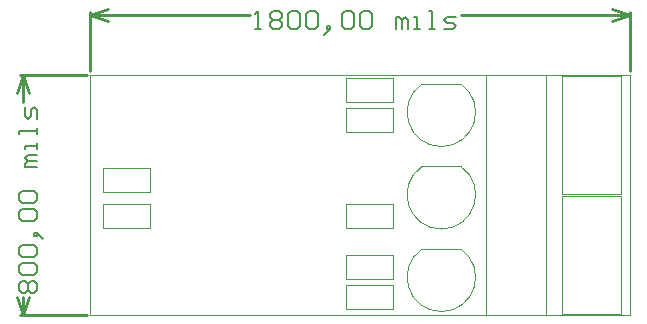
<source format=gm1>
%FSLAX25Y25*%
%MOIN*%
G70*
G01*
G75*
G04 Layer_Color=16711935*
%ADD10R,0.04500X0.06000*%
%ADD11C,0.01969*%
%ADD12C,0.03937*%
%ADD13C,0.01772*%
%ADD14C,0.08661*%
%ADD15C,0.07480*%
%ADD16C,0.06000*%
%ADD17R,0.06000X0.06000*%
%ADD18C,0.05906*%
%ADD19R,0.05906X0.05906*%
%ADD20R,0.06000X0.06000*%
%ADD21C,0.05000*%
%ADD22C,0.00394*%
%ADD23C,0.00787*%
%ADD24R,0.05300X0.06800*%
%ADD25C,0.09461*%
%ADD26C,0.08280*%
%ADD27C,0.06800*%
%ADD28R,0.06800X0.06800*%
%ADD29C,0.06706*%
%ADD30R,0.06706X0.06706*%
%ADD31R,0.06800X0.06800*%
%ADD32C,0.05800*%
%ADD33C,0.00200*%
%ADD34C,0.01000*%
%ADD35C,0.00600*%
D22*
X110536Y49423D02*
G03*
X123430Y49423I6447J-9423D01*
G01*
X110536Y21923D02*
G03*
X123430Y21923I6447J-9423D01*
G01*
X110536Y76923D02*
G03*
X123430Y76923I6447J-9423D01*
G01*
X157140Y39685D02*
X176825D01*
Y315D02*
Y39685D01*
X157140Y315D02*
X176825D01*
X157140D02*
Y39685D01*
Y40315D02*
Y79685D01*
Y40315D02*
X176825D01*
Y79685D01*
X157140D02*
X176825D01*
X100857Y29063D02*
Y33000D01*
X85109Y29063D02*
X100857D01*
X85109D02*
Y36937D01*
X100857D01*
Y33000D02*
Y36937D01*
Y61063D02*
Y65000D01*
X85109Y61063D02*
X100857D01*
X85109D02*
Y68937D01*
X100857D01*
Y65000D02*
Y68937D01*
X151983Y0D02*
Y80000D01*
X131983Y0D02*
X151983D01*
X131983D02*
Y80000D01*
X151983D01*
X4109Y29063D02*
Y33000D01*
Y29063D02*
X19857D01*
Y36937D01*
X4109D02*
X19857D01*
X4109Y33000D02*
Y36937D01*
Y41063D02*
Y45000D01*
Y41063D02*
X19857D01*
Y48937D01*
X4109D02*
X19857D01*
X4109Y45000D02*
Y48937D01*
X0Y80000D02*
X180000D01*
Y0D02*
Y80000D01*
X100857Y12063D02*
Y16000D01*
X85109Y12063D02*
X100857D01*
X85109D02*
Y19937D01*
X100857D01*
Y16000D02*
Y19937D01*
Y71063D02*
Y75000D01*
X85109Y71063D02*
X100857D01*
X85109D02*
Y78937D01*
X100857D01*
Y75000D02*
Y78937D01*
X110535Y49423D02*
X123430D01*
X110535Y21923D02*
X123430D01*
X110535Y76923D02*
X123430D01*
X100857Y2063D02*
Y6000D01*
X85109Y2063D02*
X100857D01*
X85109D02*
Y9937D01*
X100857D01*
Y6000D02*
Y9937D01*
X0Y0D02*
Y80000D01*
Y0D02*
X180000D01*
D34*
Y81197D02*
Y101000D01*
X0Y81197D02*
Y101000D01*
X123489Y100000D02*
X180000D01*
X0D02*
X53311D01*
X174000Y102000D02*
X180000Y100000D01*
X174000Y98000D02*
X180000Y100000D01*
X0D02*
X6000Y98000D01*
X0Y100000D02*
X6000Y102000D01*
X-23500Y0D02*
X-1197D01*
X-23500Y80000D02*
X-1197D01*
X-22500Y0D02*
Y5810D01*
Y70990D02*
Y80000D01*
Y0D02*
X-20500Y6000D01*
X-24500D02*
X-22500Y0D01*
X-24500Y74000D02*
X-22500Y80000D01*
X-20500Y74000D01*
D35*
X54911Y95401D02*
X56910D01*
X55911D01*
Y101399D01*
X54911Y100400D01*
X59909D02*
X60909Y101399D01*
X62908D01*
X63908Y100400D01*
Y99400D01*
X62908Y98400D01*
X63908Y97401D01*
Y96401D01*
X62908Y95401D01*
X60909D01*
X59909Y96401D01*
Y97401D01*
X60909Y98400D01*
X59909Y99400D01*
Y100400D01*
X60909Y98400D02*
X62908D01*
X65907Y100400D02*
X66907Y101399D01*
X68906D01*
X69906Y100400D01*
Y96401D01*
X68906Y95401D01*
X66907D01*
X65907Y96401D01*
Y100400D01*
X71905D02*
X72905Y101399D01*
X74904D01*
X75904Y100400D01*
Y96401D01*
X74904Y95401D01*
X72905D01*
X71905Y96401D01*
Y100400D01*
X78903Y94402D02*
X79903Y95401D01*
Y96401D01*
X78903D01*
Y95401D01*
X79903D01*
X78903Y94402D01*
X77903Y93402D01*
X83902Y100400D02*
X84901Y101399D01*
X86901D01*
X87900Y100400D01*
Y96401D01*
X86901Y95401D01*
X84901D01*
X83902Y96401D01*
Y100400D01*
X89900D02*
X90899Y101399D01*
X92899D01*
X93898Y100400D01*
Y96401D01*
X92899Y95401D01*
X90899D01*
X89900Y96401D01*
Y100400D01*
X101896Y95401D02*
Y99400D01*
X102895D01*
X103895Y98400D01*
Y95401D01*
Y98400D01*
X104895Y99400D01*
X105894Y98400D01*
Y95401D01*
X107894D02*
X109893D01*
X108893D01*
Y99400D01*
X107894D01*
X112892Y95401D02*
X114892D01*
X113892D01*
Y101399D01*
X112892D01*
X117891Y95401D02*
X120889D01*
X121889Y96401D01*
X120889Y97401D01*
X118890D01*
X117891Y98400D01*
X118890Y99400D01*
X121889D01*
X-22900Y7410D02*
X-23899Y8410D01*
Y10409D01*
X-22900Y11409D01*
X-21900D01*
X-20900Y10409D01*
X-19901Y11409D01*
X-18901D01*
X-17901Y10409D01*
Y8410D01*
X-18901Y7410D01*
X-19901D01*
X-20900Y8410D01*
X-21900Y7410D01*
X-22900D01*
X-20900Y8410D02*
Y10409D01*
X-22900Y13408D02*
X-23899Y14408D01*
Y16407D01*
X-22900Y17407D01*
X-18901D01*
X-17901Y16407D01*
Y14408D01*
X-18901Y13408D01*
X-22900D01*
Y19406D02*
X-23899Y20406D01*
Y22405D01*
X-22900Y23405D01*
X-18901D01*
X-17901Y22405D01*
Y20406D01*
X-18901Y19406D01*
X-22900D01*
X-16902Y26404D02*
X-17901Y27404D01*
X-18901D01*
Y26404D01*
X-17901D01*
Y27404D01*
X-16902Y26404D01*
X-15902Y25404D01*
X-22900Y31402D02*
X-23899Y32402D01*
Y34401D01*
X-22900Y35401D01*
X-18901D01*
X-17901Y34401D01*
Y32402D01*
X-18901Y31402D01*
X-22900D01*
Y37400D02*
X-23899Y38400D01*
Y40399D01*
X-22900Y41399D01*
X-18901D01*
X-17901Y40399D01*
Y38400D01*
X-18901Y37400D01*
X-22900D01*
X-17901Y49396D02*
X-21900D01*
Y50396D01*
X-20900Y51396D01*
X-17901D01*
X-20900D01*
X-21900Y52395D01*
X-20900Y53395D01*
X-17901D01*
Y55395D02*
Y57394D01*
Y56394D01*
X-21900D01*
Y55395D01*
X-17901Y60393D02*
Y62392D01*
Y61393D01*
X-23899D01*
Y60393D01*
X-17901Y65391D02*
Y68390D01*
X-18901Y69390D01*
X-19901Y68390D01*
Y66391D01*
X-20900Y65391D01*
X-21900Y66391D01*
Y69390D01*
M02*

</source>
